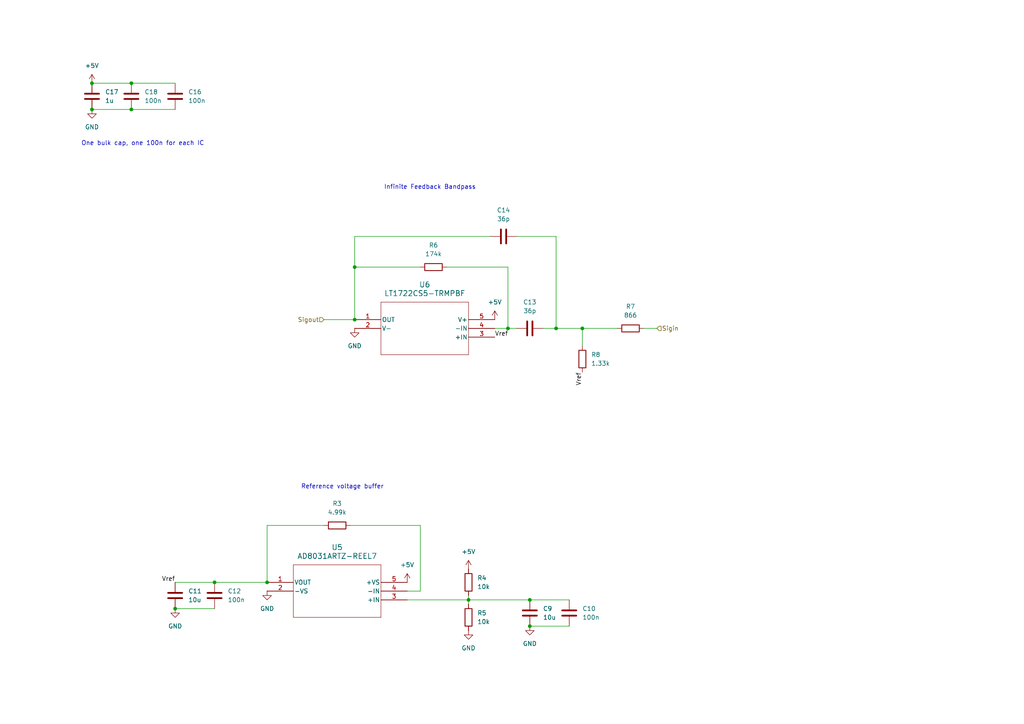
<source format=kicad_sch>
(kicad_sch (version 20250114) (generator "eeschema") (generator_version "9.0")
  (paper "A4")
  (lib_symbols
    (symbol "AD8031:AD8031ARTZ-REEL7" (pin_names (offset 0.254))
      (property "Reference" "U" (at 20.32 10.16 0))
      (property "Value" "AD8031ARTZ-REEL7" (at 20.32 7.62 0))
      (symbol "AD8031ARTZ-REEL7_0_1"
        (polyline (pts (xy 7.62 5.08) (xy 7.62 -10.16)) (stroke (width 0.127)))
        (polyline (pts (xy 7.62 -10.16) (xy 33.02 -10.16)) (stroke (width 0.127)))
        (polyline (pts (xy 33.02 5.08) (xy 7.62 5.08)) (stroke (width 0.127)))
        (polyline (pts (xy 33.02 -10.16) (xy 33.02 5.08)) (stroke (width 0.127)))
        (pin unspecified line (at 0 0 0) (length 7.62) (name "VOUT") (number "1"))
        (pin power_in line (at 0 -2.54 0) (length 7.62) (name "-VS") (number "2"))
        (pin power_in line (at 40.64 0 180) (length 7.62) (name "+VS") (number "5"))
        (pin unspecified line (at 40.64 -2.54 180) (length 7.62) (name "-IN") (number "4"))
        (pin unspecified line (at 40.64 -5.08 180) (length 7.62) (name "+IN") (number "3"))
      )
    )
    (symbol "Device:C" (pin_numbers (hide yes)) (pin_names (offset 0.254))
      (property "Reference" "C" (at 0.635 2.54 0))
      (property "Value" "C" (at 0.635 -2.54 0))
      (symbol "C_0_1"
        (polyline (pts (xy -2.032 0.762) (xy 2.032 0.762)) (stroke (width 0.508)))
        (polyline (pts (xy -2.032 -0.762) (xy 2.032 -0.762)) (stroke (width 0.508)))
      )
      (symbol "C_1_1"
        (pin passive line (at 0 3.81 270) (length 2.794) (name "~") (number "1"))
        (pin passive line (at 0 -3.81 90) (length 2.794) (name "~") (number "2"))
      )
    )
    (symbol "Device:R" (pin_numbers (hide yes)) (pin_names (offset 0))
      (property "Reference" "R" (at 2.032 0 90))
      (property "Value" "R" (at 0 0 90))
      (symbol "R_0_1"
        (rectangle (start -1.016 -2.54) (end 1.016 2.54) (stroke (width 0.254)))
      )
      (symbol "R_1_1"
        (pin passive line (at 0 3.81 270) (length 1.27) (name "~") (number "1"))
        (pin passive line (at 0 -3.81 90) (length 1.27) (name "~") (number "2"))
      )
    )
    (symbol "LT172x:LT1722CS5-TRMPBF" (pin_names (offset 0.254))
      (property "Reference" "U" (at 20.32 10.16 0))
      (property "Value" "LT1722CS5-TRMPBF" (at 20.32 7.62 0))
      (symbol "LT1722CS5-TRMPBF_0_1"
        (polyline (pts (xy 7.62 5.08) (xy 7.62 -10.16)) (stroke (width 0.127)))
        (polyline (pts (xy 7.62 -10.16) (xy 33.02 -10.16)) (stroke (width 0.127)))
        (polyline (pts (xy 33.02 5.08) (xy 7.62 5.08)) (stroke (width 0.127)))
        (polyline (pts (xy 33.02 -10.16) (xy 33.02 5.08)) (stroke (width 0.127)))
        (pin output line (at 0 0 0) (length 7.62) (name "OUT") (number "1"))
        (pin power_in line (at 0 -2.54 0) (length 7.62) (name "V-") (number "2"))
        (pin power_in line (at 40.64 0 180) (length 7.62) (name "V+") (number "5"))
        (pin input line (at 40.64 -2.54 180) (length 7.62) (name "-IN") (number "4"))
        (pin input line (at 40.64 -5.08 180) (length 7.62) (name "+IN") (number "3"))
      )
    )
    (symbol "power:+5V" (power) (pin_numbers (hide yes)) (pin_names (offset 0) (hide yes))
      (property "Value" "+5V" (at 0 3.556 0))
      (symbol "+5V_0_1"
        (polyline (pts (xy -0.762 1.27) (xy 0 2.54)))
        (polyline (pts (xy 0 2.54) (xy 0.762 1.27)))
        (polyline (pts (xy 0 0) (xy 0 2.54)))
      )
      (symbol "+5V_1_1"
        (pin power_in line (at 0 0 90) (length 0) (name "~") (number "1"))
      )
    )
    (symbol "power:GND" (power) (pin_numbers (hide yes)) (pin_names (offset 0) (hide yes))
      (property "Value" "GND" (at 0 -3.81 0))
      (symbol "GND_0_1"
        (polyline (pts (xy 0 0) (xy 0 -1.27) (xy 1.27 -1.27) (xy 0 -2.54) (xy -1.27 -1.27) (xy 0 -1.27)))
      )
      (symbol "GND_1_1"
        (pin power_in line (at 0 0 270) (length 0) (name "~") (number "1"))
      )
    )
  )
  (text "Infinite Feedback Bandpass" (at 124.714 54.356 0) (effects (font (size 1.27 1.27))))
  (text "One bulk cap, one 100n for each IC" (at 41.402 41.656 0) (effects (font (size 1.27 1.27))))
  (text "Reference voltage buffer" (at 99.314 141.224 0) (effects (font (size 1.27 1.27))))
  (junction (at 26.67 31.75))
  (junction (at 50.8 176.53))
  (junction (at 135.89 173.99))
  (junction (at 168.91 95.25))
  (junction (at 102.87 92.71))
  (junction (at 161.29 95.25))
  (junction (at 77.47 168.91))
  (junction (at 102.87 77.47))
  (junction (at 38.1 31.75))
  (junction (at 147.32 95.25))
  (junction (at 153.67 181.61))
  (junction (at 26.67 24.13))
  (junction (at 62.23 168.91))
  (junction (at 153.67 173.99))
  (junction (at 38.1 24.13))
  (wire (pts (xy 101.6 152.4) (xy 121.92 152.4)))
  (wire (pts (xy 50.8 176.53) (xy 62.23 176.53)))
  (wire (pts (xy 26.67 24.13) (xy 38.1 24.13)))
  (wire (pts (xy 62.23 168.91) (xy 77.47 168.91)))
  (wire (pts (xy 93.98 152.4) (xy 77.47 152.4)))
  (wire (pts (xy 149.86 68.58) (xy 161.29 68.58)))
  (wire (pts (xy 121.92 171.45) (xy 118.11 171.45)))
  (wire (pts (xy 121.92 77.47) (xy 102.87 77.47)))
  (wire (pts (xy 168.91 95.25) (xy 168.91 100.33)))
  (wire (pts (xy 129.54 77.47) (xy 147.32 77.47)))
  (wire (pts (xy 153.67 181.61) (xy 165.1 181.61)))
  (wire (pts (xy 161.29 95.25) (xy 157.48 95.25)))
  (wire (pts (xy 168.91 95.25) (xy 179.07 95.25)))
  (wire (pts (xy 77.47 152.4) (xy 77.47 168.91)))
  (wire (pts (xy 102.87 68.58) (xy 102.87 77.47)))
  (wire (pts (xy 50.8 168.91) (xy 62.23 168.91)))
  (wire (pts (xy 161.29 68.58) (xy 161.29 95.25)))
  (wire (pts (xy 135.89 172.72) (xy 135.89 173.99)))
  (wire (pts (xy 135.89 173.99) (xy 153.67 173.99)))
  (wire (pts (xy 26.67 31.75) (xy 38.1 31.75)))
  (wire (pts (xy 186.69 95.25) (xy 190.5 95.25)))
  (wire (pts (xy 38.1 31.75) (xy 50.8 31.75)))
  (wire (pts (xy 153.67 173.99) (xy 165.1 173.99)))
  (wire (pts (xy 93.98 92.71) (xy 102.87 92.71)))
  (wire (pts (xy 121.92 152.4) (xy 121.92 171.45)))
  (wire (pts (xy 135.89 173.99) (xy 135.89 175.26)))
  (wire (pts (xy 147.32 95.25) (xy 143.51 95.25)))
  (wire (pts (xy 118.11 173.99) (xy 135.89 173.99)))
  (wire (pts (xy 142.24 68.58) (xy 102.87 68.58)))
  (wire (pts (xy 147.32 77.47) (xy 147.32 95.25)))
  (wire (pts (xy 147.32 95.25) (xy 149.86 95.25)))
  (wire (pts (xy 38.1 24.13) (xy 50.8 24.13)))
  (wire (pts (xy 161.29 95.25) (xy 168.91 95.25)))
  (wire (pts (xy 102.87 77.47) (xy 102.87 92.71)))
  (label "Vref" (at 50.8 168.91 180))
  (label "Vref" (at 168.91 107.95 270))
  (label "Vref" (at 143.51 97.79 0))
  (hierarchical_label "Sigout" (shape input) (at 93.98 92.71 180))
  (hierarchical_label "Sigin" (shape input) (at 190.5 95.25 0))
  (symbol (lib_id "power:+5V") (at 135.89 165.1 0) (unit 1)
    (property "Reference" "#PWR019" (effects (hide yes)))
    (property "Value" "+5V" (at 135.89 160.02 0))
    (property "Description" "Power symbol creates a global label with name \"+5V\"" (effects (hide yes)))
  )
  (symbol (lib_id "power:GND") (at 77.47 171.45 0) (unit 1)
    (property "Reference" "#PWR016" (effects (hide yes)))
    (property "Value" "GND" (at 77.47 176.53 0))
    (property "Description" "Power symbol creates a global label with name \"GND\" , ground" (effects (hide yes)))
  )
  (symbol (lib_id "Device:R") (at 135.89 179.07 0) (unit 1)
    (property "Reference" "R5" (at 138.43 177.7999 0) (effects (justify left)))
    (property "Value" "10k" (at 138.43 180.3399 0) (effects (justify left)))
    (property "Description" "Resistor" (effects (hide yes)))
  )
  (symbol (lib_id "power:GND") (at 50.8 176.53 0) (unit 1)
    (property "Reference" "#PWR021" (effects (hide yes)))
    (property "Value" "GND" (at 50.8 181.61 0))
    (property "Description" "Power symbol creates a global label with name \"GND\" , ground" (effects (hide yes)))
  )
  (symbol (lib_id "Device:C") (at 38.1 27.94 0) (unit 1)
    (property "Reference" "C18" (at 41.91 26.6699 0) (effects (justify left)))
    (property "Value" "100n" (at 41.91 29.2099 0) (effects (justify left)))
    (property "Description" "Unpolarized capacitor" (effects (hide yes)))
  )
  (symbol (lib_id "Device:C") (at 165.1 177.8 0) (unit 1)
    (property "Reference" "C10" (at 168.91 176.5299 0) (effects (justify left)))
    (property "Value" "100n" (at 168.91 179.0699 0) (effects (justify left)))
    (property "Description" "Unpolarized capacitor" (effects (hide yes)))
  )
  (symbol (lib_id "power:GND") (at 153.67 181.61 0) (unit 1)
    (property "Reference" "#PWR020" (effects (hide yes)))
    (property "Value" "GND" (at 153.67 186.69 0))
    (property "Description" "Power symbol creates a global label with name \"GND\" , ground" (effects (hide yes)))
  )
  (symbol (lib_id "Device:C") (at 50.8 27.94 0) (unit 1)
    (property "Reference" "C16" (at 54.61 26.6699 0) (effects (justify left)))
    (property "Value" "100n" (at 54.61 29.2099 0) (effects (justify left)))
    (property "Description" "Unpolarized capacitor" (effects (hide yes)))
  )
  (symbol (lib_id "Device:R") (at 168.91 104.14 0) (unit 1)
    (property "Reference" "R8" (at 171.45 102.8699 0) (effects (justify left)))
    (property "Value" "1.33k" (at 171.45 105.4099 0) (effects (justify left)))
    (property "Description" "Resistor" (effects (hide yes)))
  )
  (symbol (lib_id "Device:C") (at 26.67 27.94 0) (unit 1)
    (property "Reference" "C17" (at 30.48 26.6699 0) (effects (justify left)))
    (property "Value" "1u" (at 30.48 29.2099 0) (effects (justify left)))
    (property "Description" "Unpolarized capacitor" (effects (hide yes)))
  )
  (symbol (lib_id "power:+5V") (at 143.51 92.71 0) (unit 1)
    (property "Reference" "#PWR022" (effects (hide yes)))
    (property "Value" "+5V" (at 143.51 87.63 0))
    (property "Description" "Power symbol creates a global label with name \"+5V\"" (effects (hide yes)))
  )
  (symbol (lib_id "AD8031:AD8031ARTZ-REEL7") (at 77.47 168.91 0) (unit 1)
    (property "Reference" "U5" (at 97.79 158.75 0) (effects (font (size 1.524 1.524))))
    (property "Value" "AD8031ARTZ-REEL7" (at 97.79 161.29 0) (effects (font (size 1.524 1.524))))
    (property "Footprint" "RJ_5_ADI" (effects (hide yes)))
    (property "Datasheet" "https://www.analog.com/media/en/technical-documentation/data-sheets/AD8031_8032.pdf" (effects (hide yes)))
  )
  (symbol (lib_id "power:GND") (at 26.67 31.75 0) (unit 1)
    (property "Reference" "#PWR027" (effects (hide yes)))
    (property "Value" "GND" (at 26.67 36.83 0))
    (property "Description" "Power symbol creates a global label with name \"GND\" , ground" (effects (hide yes)))
  )
  (symbol (lib_id "power:GND") (at 135.89 182.88 0) (unit 1)
    (property "Reference" "#PWR018" (effects (hide yes)))
    (property "Value" "GND" (at 135.89 187.96 0))
    (property "Description" "Power symbol creates a global label with name \"GND\" , ground" (effects (hide yes)))
  )
  (symbol (lib_id "power:+5V") (at 26.67 24.13 0) (unit 1)
    (property "Reference" "#PWR026" (effects (hide yes)))
    (property "Value" "+5V" (at 26.67 19.05 0))
    (property "Description" "Power symbol creates a global label with name \"+5V\"" (effects (hide yes)))
  )
  (symbol (lib_id "Device:C") (at 146.05 68.58 90) (unit 1)
    (property "Reference" "C14" (at 146.05 60.96 90))
    (property "Value" "36p" (at 146.05 63.5 90))
    (property "Description" "Unpolarized capacitor" (effects (hide yes)))
  )
  (symbol (lib_id "Device:C") (at 153.67 177.8 0) (unit 1)
    (property "Reference" "C9" (at 157.48 176.5299 0) (effects (justify left)))
    (property "Value" "10u" (at 157.48 179.0699 0) (effects (justify left)))
    (property "Description" "Unpolarized capacitor" (effects (hide yes)))
  )
  (symbol (lib_id "power:+5V") (at 118.11 168.91 0) (unit 1)
    (property "Reference" "#PWR017" (effects (hide yes)))
    (property "Value" "+5V" (at 118.11 163.83 0))
    (property "Description" "Power symbol creates a global label with name \"+5V\"" (effects (hide yes)))
  )
  (symbol (lib_id "Device:R") (at 135.89 168.91 0) (unit 1)
    (property "Reference" "R4" (at 138.43 167.6399 0) (effects (justify left)))
    (property "Value" "10k" (at 138.43 170.1799 0) (effects (justify left)))
    (property "Description" "Resistor" (effects (hide yes)))
  )
  (symbol (lib_id "Device:C") (at 153.67 95.25 90) (unit 1)
    (property "Reference" "C13" (at 153.67 87.63 90))
    (property "Value" "36p" (at 153.67 90.17 90))
    (property "Description" "Unpolarized capacitor" (effects (hide yes)))
  )
  (symbol (lib_id "Device:R") (at 125.73 77.47 90) (unit 1)
    (property "Reference" "R6" (at 125.73 71.12 90))
    (property "Value" "174k" (at 125.73 73.66 90))
    (property "Description" "Resistor" (effects (hide yes)))
  )
  (symbol (lib_id "Device:C") (at 50.8 172.72 0) (unit 1)
    (property "Reference" "C11" (at 54.61 171.4499 0) (effects (justify left)))
    (property "Value" "10u" (at 54.61 173.9899 0) (effects (justify left)))
    (property "Description" "Unpolarized capacitor" (effects (hide yes)))
  )
  (symbol (lib_id "Device:R") (at 182.88 95.25 90) (unit 1)
    (property "Reference" "R7" (at 182.88 88.9 90))
    (property "Value" "866" (at 182.88 91.44 90))
    (property "Description" "Resistor" (effects (hide yes)))
  )
  (symbol (lib_id "LT172x:LT1722CS5-TRMPBF") (at 102.87 92.71 0) (unit 1)
    (property "Reference" "U6" (at 123.19 82.55 0) (effects (font (size 1.524 1.524))))
    (property "Value" "LT1722CS5-TRMPBF" (at 123.19 85.09 0) (effects (font (size 1.524 1.524))))
    (property "Footprint" "S_5_ADI" (effects (hide yes)))
    (property "Datasheet" "https://www.analog.com/media/en/technical-documentation/data-sheets/172234fb.pdf" (effects (hide yes)))
  )
  (symbol (lib_id "Device:R") (at 97.79 152.4 90) (unit 1)
    (property "Reference" "R3" (at 97.79 146.05 90))
    (property "Value" "4.99k" (at 97.79 148.59 90))
    (property "Description" "Resistor" (effects (hide yes)))
  )
  (symbol (lib_id "power:GND") (at 102.87 95.25 0) (unit 1)
    (property "Reference" "#PWR023" (effects (hide yes)))
    (property "Value" "GND" (at 102.87 100.33 0))
    (property "Description" "Power symbol creates a global label with name \"GND\" , ground" (effects (hide yes)))
  )
  (symbol (lib_id "Device:C") (at 62.23 172.72 0) (unit 1)
    (property "Reference" "C12" (at 66.04 171.4499 0) (effects (justify left)))
    (property "Value" "100n" (at 66.04 173.9899 0) (effects (justify left)))
    (property "Description" "Unpolarized capacitor" (effects (hide yes)))
  )
)
</source>
